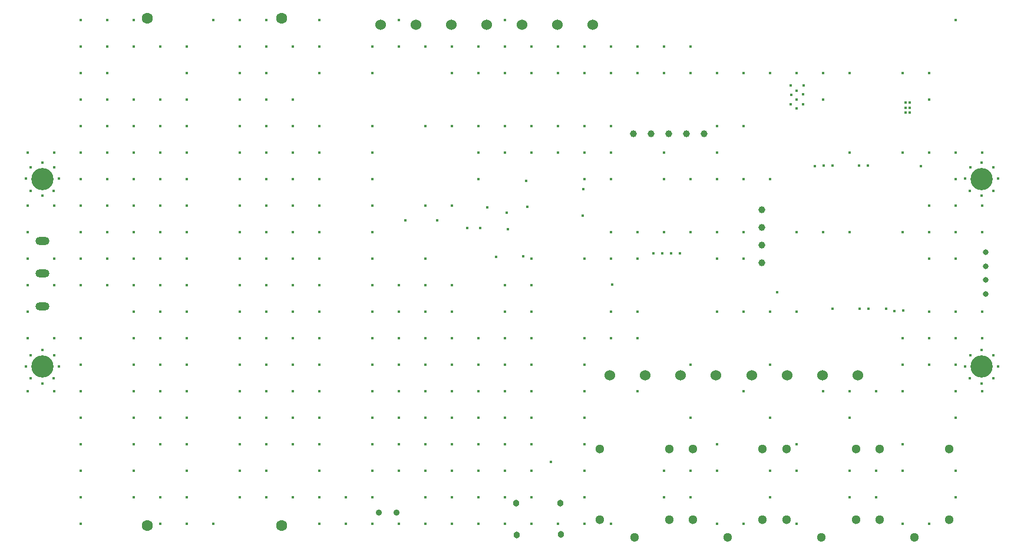
<source format=gbr>
%TF.GenerationSoftware,Altium Limited,Altium Designer,21.3.2 (30)*%
G04 Layer_Color=0*
%FSLAX26Y26*%
%MOIN*%
%TF.SameCoordinates,5CB9DBA1-4DA9-4ED0-9B61-E5D9B39C4D3D*%
%TF.FilePolarity,Positive*%
%TF.FileFunction,Plated,1,2,PTH,Drill*%
%TF.Part,Single*%
G01*
G75*
%TA.AperFunction,ComponentDrill*%
%ADD130O,0.078740X0.047244*%
%ADD131C,0.060000*%
%ADD132C,0.039367*%
%ADD133C,0.035433*%
%ADD134C,0.062992*%
%ADD135C,0.039000*%
%ADD136C,0.038000*%
%ADD137C,0.051181*%
%ADD138C,0.031496*%
%TA.AperFunction,ViaDrill,NotFilled*%
%ADD139C,0.015000*%
%ADD140C,0.125984*%
D130*
X175000Y1465961D02*
D03*
Y1651000D02*
D03*
Y1836039D02*
D03*
D131*
X4786000Y1075000D02*
D03*
X4586000D02*
D03*
X4385667D02*
D03*
X4185667D02*
D03*
X3985333D02*
D03*
X3785333D02*
D03*
X3585000D02*
D03*
X3385000D02*
D03*
X2086000Y3059000D02*
D03*
X2286000D02*
D03*
X2486000D02*
D03*
X2686000D02*
D03*
X2886000D02*
D03*
X3086000D02*
D03*
X3286000D02*
D03*
D132*
X3518000Y2441000D02*
D03*
X3618000D02*
D03*
X3718000D02*
D03*
X3818000D02*
D03*
X3918000D02*
D03*
D133*
X2178000Y296449D02*
D03*
X2078000D02*
D03*
D134*
X767000Y223182D02*
D03*
Y3093261D02*
D03*
X1526843D02*
D03*
Y223182D02*
D03*
D135*
X4244000Y1712000D02*
D03*
Y1812000D02*
D03*
Y1912000D02*
D03*
Y2012000D02*
D03*
D136*
X3105000Y350000D02*
D03*
X3106000Y173000D02*
D03*
X2856000Y172000D02*
D03*
X2855000Y350000D02*
D03*
D137*
X4776184Y658158D02*
D03*
X4382483D02*
D03*
X4579333Y158157D02*
D03*
X4382483Y256583D02*
D03*
X4776184D02*
D03*
X3720850Y658158D02*
D03*
X3327150D02*
D03*
X3524000Y158157D02*
D03*
X3327150Y256583D02*
D03*
X3720850D02*
D03*
X4248517Y658158D02*
D03*
X3854816D02*
D03*
X4051667Y158157D02*
D03*
X3854816Y256583D02*
D03*
X4248517D02*
D03*
X5303850Y658158D02*
D03*
X4910149D02*
D03*
X5107000Y158157D02*
D03*
X4910149Y256583D02*
D03*
X5303850D02*
D03*
D138*
X5511000Y1534890D02*
D03*
Y1613630D02*
D03*
Y1692370D02*
D03*
Y1771110D02*
D03*
D139*
X4478934Y2715278D02*
D03*
X4844000Y2261000D02*
D03*
X4947000Y1450000D02*
D03*
X4595000Y2260000D02*
D03*
X4645000Y2261000D02*
D03*
X5045000Y1440000D02*
D03*
X4995000Y1437000D02*
D03*
X4545000Y2257000D02*
D03*
X4797000Y1450000D02*
D03*
X3732000Y1765000D02*
D03*
X4645000Y1450000D02*
D03*
X3682000Y1765000D02*
D03*
X3235000Y2127500D02*
D03*
X3782000Y1765000D02*
D03*
X4847000Y1450000D02*
D03*
X3632000Y1765000D02*
D03*
X2650000Y1909000D02*
D03*
X2895425Y1747000D02*
D03*
X2740106Y1745000D02*
D03*
X2909000Y2176000D02*
D03*
X2918000Y2027000D02*
D03*
X3230000Y1977000D02*
D03*
X2228500Y1951000D02*
D03*
X2408000Y1952000D02*
D03*
X2576000Y1908000D02*
D03*
X4406934Y2715278D02*
D03*
X4408934Y2661278D02*
D03*
X2802000Y1996000D02*
D03*
X2807035Y1899965D02*
D03*
X3397181Y1586181D02*
D03*
X4795000Y2261000D02*
D03*
X4406934Y2607278D02*
D03*
X4476934Y2609278D02*
D03*
Y2663278D02*
D03*
X4440000Y2584000D02*
D03*
Y2634000D02*
D03*
Y2684000D02*
D03*
X5143000Y2259000D02*
D03*
X5058000Y2618000D02*
D03*
X5082000Y2589000D02*
D03*
X5058000D02*
D03*
X3050000Y583000D02*
D03*
X4329000Y1545000D02*
D03*
X5082000Y2618000D02*
D03*
X5081836Y2562602D02*
D03*
X5057836D02*
D03*
X90000Y1434000D02*
D03*
X240000Y984000D02*
D03*
X90000Y1584000D02*
D03*
Y1734000D02*
D03*
Y1284000D02*
D03*
X266270Y1123320D02*
D03*
X79270Y1124320D02*
D03*
X173040Y1216320D02*
D03*
Y1029025D02*
D03*
X239270Y1189320D02*
D03*
X107270Y1188320D02*
D03*
X106270Y1056320D02*
D03*
X238270D02*
D03*
X5581230Y1123320D02*
D03*
X5394230Y1124320D02*
D03*
X5488000Y1216320D02*
D03*
Y1029025D02*
D03*
X5554230Y1189320D02*
D03*
X5422230Y1188320D02*
D03*
X5421230Y1056320D02*
D03*
X5553230D02*
D03*
X5581230Y2186312D02*
D03*
X990000Y2634000D02*
D03*
Y534000D02*
D03*
Y1434000D02*
D03*
X1290000Y534000D02*
D03*
Y834000D02*
D03*
X1140000Y234000D02*
D03*
X840000Y2634000D02*
D03*
X990000Y1284000D02*
D03*
X1290000Y1134000D02*
D03*
X840000Y2934000D02*
D03*
X990000Y2484000D02*
D03*
X1290000Y684000D02*
D03*
X840000Y2334000D02*
D03*
X1290000Y984000D02*
D03*
Y1434000D02*
D03*
X990000Y2034000D02*
D03*
Y1884000D02*
D03*
Y2934000D02*
D03*
X840000Y1734000D02*
D03*
X990000Y2184000D02*
D03*
X1140000Y3084000D02*
D03*
X990000Y684000D02*
D03*
Y1134000D02*
D03*
Y834000D02*
D03*
Y234000D02*
D03*
X1290000Y384000D02*
D03*
X840000Y1884000D02*
D03*
Y1584000D02*
D03*
X990000Y2334000D02*
D03*
Y984000D02*
D03*
Y1734000D02*
D03*
Y2784000D02*
D03*
X840000Y2034000D02*
D03*
Y2184000D02*
D03*
X1290000Y1284000D02*
D03*
X840000Y2484000D02*
D03*
X990000Y384000D02*
D03*
Y1584000D02*
D03*
X3840000Y2934000D02*
D03*
X3990000Y234000D02*
D03*
Y534000D02*
D03*
Y684000D02*
D03*
Y1434000D02*
D03*
Y1734000D02*
D03*
Y1884000D02*
D03*
Y2184000D02*
D03*
Y2334000D02*
D03*
Y2484000D02*
D03*
Y2784000D02*
D03*
X4140000Y234000D02*
D03*
Y984000D02*
D03*
Y1434000D02*
D03*
Y1734000D02*
D03*
Y1884000D02*
D03*
Y2484000D02*
D03*
X4290000Y384000D02*
D03*
X4140000Y2784000D02*
D03*
Y2184000D02*
D03*
X1590000Y1584000D02*
D03*
Y2334000D02*
D03*
X1440000Y1134000D02*
D03*
X1590000Y2484000D02*
D03*
X1740000Y2034000D02*
D03*
X1440000Y834000D02*
D03*
Y2034000D02*
D03*
X1740000Y1134000D02*
D03*
X1290000Y1584000D02*
D03*
X1740000Y2334000D02*
D03*
Y1434000D02*
D03*
Y984000D02*
D03*
X1590000Y384000D02*
D03*
X1740000Y2484000D02*
D03*
X1290000Y2034000D02*
D03*
X1740000Y1734000D02*
D03*
Y1584000D02*
D03*
X1590000Y2034000D02*
D03*
X1740000Y384000D02*
D03*
X1590000Y1284000D02*
D03*
X1440000Y2334000D02*
D03*
X1590000Y984000D02*
D03*
X1290000Y2784000D02*
D03*
X1440000Y384000D02*
D03*
Y2184000D02*
D03*
X1590000Y2934000D02*
D03*
X1290000Y1734000D02*
D03*
X1440000Y2634000D02*
D03*
Y1884000D02*
D03*
X1590000Y1434000D02*
D03*
X1290000Y2934000D02*
D03*
X1440000Y1434000D02*
D03*
X1740000Y2784000D02*
D03*
X1290000Y2334000D02*
D03*
X1740000Y534000D02*
D03*
X1590000Y684000D02*
D03*
X1440000Y1584000D02*
D03*
Y2784000D02*
D03*
X1590000Y1134000D02*
D03*
X1440000Y1284000D02*
D03*
X1290000Y2634000D02*
D03*
X1440000Y684000D02*
D03*
Y984000D02*
D03*
Y2934000D02*
D03*
X1590000Y1884000D02*
D03*
Y2634000D02*
D03*
X1440000Y3084000D02*
D03*
X1740000Y2184000D02*
D03*
X1290000Y1884000D02*
D03*
X1440000Y534000D02*
D03*
Y1734000D02*
D03*
X1740000Y234000D02*
D03*
Y834000D02*
D03*
X1590000Y1734000D02*
D03*
X1740000Y1884000D02*
D03*
X1290000Y2484000D02*
D03*
X1590000Y2184000D02*
D03*
X1290000Y3084000D02*
D03*
X1740000Y1284000D02*
D03*
X1590000Y834000D02*
D03*
X1290000Y2184000D02*
D03*
X1440000Y2484000D02*
D03*
X1740000Y684000D02*
D03*
X540000Y2634000D02*
D03*
X690000Y2334000D02*
D03*
Y2484000D02*
D03*
Y1734000D02*
D03*
X540000Y2334000D02*
D03*
X690000Y1134000D02*
D03*
X240000Y1284000D02*
D03*
X540000Y2484000D02*
D03*
X840000Y684000D02*
D03*
X690000Y984000D02*
D03*
X390000Y234000D02*
D03*
X540000Y1884000D02*
D03*
X690000Y2034000D02*
D03*
X540000Y3084000D02*
D03*
X390000Y1884000D02*
D03*
X840000Y834000D02*
D03*
X390000Y2934000D02*
D03*
X690000D02*
D03*
X390000Y1134000D02*
D03*
X540000Y2934000D02*
D03*
X690000Y2184000D02*
D03*
X390000Y1734000D02*
D03*
Y834000D02*
D03*
X540000Y2184000D02*
D03*
X390000Y1284000D02*
D03*
Y984000D02*
D03*
X840000Y1284000D02*
D03*
Y234000D02*
D03*
X390000Y684000D02*
D03*
X690000Y1884000D02*
D03*
X540000Y1584000D02*
D03*
X390000Y2484000D02*
D03*
X240000Y1734000D02*
D03*
X690000Y1584000D02*
D03*
X390000Y2184000D02*
D03*
X690000Y2634000D02*
D03*
Y1434000D02*
D03*
Y3084000D02*
D03*
X390000Y2034000D02*
D03*
X690000Y384000D02*
D03*
X840000D02*
D03*
X390000D02*
D03*
X840000Y984000D02*
D03*
X390000Y534000D02*
D03*
X690000Y684000D02*
D03*
X540000Y2784000D02*
D03*
X840000Y1134000D02*
D03*
X690000Y834000D02*
D03*
X540000Y1734000D02*
D03*
X90000Y2034000D02*
D03*
X390000Y3084000D02*
D03*
Y1584000D02*
D03*
X90000Y2334000D02*
D03*
X390000D02*
D03*
X690000Y534000D02*
D03*
X240000Y1584000D02*
D03*
X540000Y2034000D02*
D03*
X840000Y1434000D02*
D03*
X390000Y2784000D02*
D03*
X240000Y2034000D02*
D03*
X690000Y1284000D02*
D03*
X390000Y2634000D02*
D03*
X240000Y2334000D02*
D03*
X5490000D02*
D03*
Y2034000D02*
D03*
Y1884000D02*
D03*
Y1434000D02*
D03*
Y1284000D02*
D03*
Y984000D02*
D03*
X5340000Y3084000D02*
D03*
Y2334000D02*
D03*
Y2184000D02*
D03*
Y2034000D02*
D03*
Y1884000D02*
D03*
Y1734000D02*
D03*
Y1434000D02*
D03*
Y1284000D02*
D03*
Y1134000D02*
D03*
Y984000D02*
D03*
Y834000D02*
D03*
Y534000D02*
D03*
Y384000D02*
D03*
X5190000Y2784000D02*
D03*
Y2634000D02*
D03*
Y2334000D02*
D03*
Y2034000D02*
D03*
Y1884000D02*
D03*
Y1734000D02*
D03*
Y1434000D02*
D03*
Y1284000D02*
D03*
Y1134000D02*
D03*
Y234000D02*
D03*
X5040000Y2784000D02*
D03*
Y2334000D02*
D03*
Y1884000D02*
D03*
Y1284000D02*
D03*
Y1134000D02*
D03*
Y984000D02*
D03*
X4290000Y2184000D02*
D03*
X4890000Y534000D02*
D03*
X4740000Y834000D02*
D03*
Y1884000D02*
D03*
X4590000D02*
D03*
X4440000Y2784000D02*
D03*
X4290000D02*
D03*
X4890000Y984000D02*
D03*
X4740000Y2334000D02*
D03*
X4590000Y2634000D02*
D03*
Y984000D02*
D03*
X4440000Y234000D02*
D03*
X5040000D02*
D03*
X4740000Y2784000D02*
D03*
X4590000D02*
D03*
X4440000Y1434000D02*
D03*
Y534000D02*
D03*
X5040000D02*
D03*
X4890000Y384000D02*
D03*
X4740000D02*
D03*
X4440000Y1884000D02*
D03*
Y684000D02*
D03*
X5040000D02*
D03*
X4740000Y984000D02*
D03*
Y534000D02*
D03*
X2690056Y2022974D02*
D03*
X3240000Y1734000D02*
D03*
X3390000Y1884000D02*
D03*
X3240000Y2484000D02*
D03*
Y2184000D02*
D03*
Y1284000D02*
D03*
X3540000D02*
D03*
X3240000Y2934000D02*
D03*
X3540000Y1434000D02*
D03*
X3690000Y534000D02*
D03*
X3540000Y1734000D02*
D03*
X3840000Y534000D02*
D03*
X3390000Y2934000D02*
D03*
X3690000Y1884000D02*
D03*
X3240000Y1134000D02*
D03*
X3690000Y2184000D02*
D03*
X3390000Y1284000D02*
D03*
X3840000Y834000D02*
D03*
X3390000Y234000D02*
D03*
X3690000Y2334000D02*
D03*
X3540000Y1884000D02*
D03*
Y984000D02*
D03*
X3840000Y1134000D02*
D03*
X3690000Y2784000D02*
D03*
Y2934000D02*
D03*
X3240000Y2334000D02*
D03*
X3390000Y2784000D02*
D03*
X3540000D02*
D03*
Y2934000D02*
D03*
X3390000Y1434000D02*
D03*
X3840000Y1884000D02*
D03*
X3390000Y2484000D02*
D03*
X3840000Y384000D02*
D03*
X3390000Y2334000D02*
D03*
X3840000Y2184000D02*
D03*
X3690000Y384000D02*
D03*
X3240000Y2784000D02*
D03*
X3390000Y2184000D02*
D03*
X3840000Y2784000D02*
D03*
X3390000Y1734000D02*
D03*
X2490000Y834000D02*
D03*
Y684000D02*
D03*
X2190000Y234000D02*
D03*
X2340000Y684000D02*
D03*
X2040000Y384000D02*
D03*
X2490000Y2034000D02*
D03*
Y234000D02*
D03*
Y384000D02*
D03*
X2040000Y1434000D02*
D03*
X2490000Y2784000D02*
D03*
X2040000Y1584000D02*
D03*
X2190000Y834000D02*
D03*
X2490000Y984000D02*
D03*
X2190000Y684000D02*
D03*
X2340000Y984000D02*
D03*
X1890000Y384000D02*
D03*
X2040000Y2034000D02*
D03*
Y1284000D02*
D03*
X1740000Y2934000D02*
D03*
X2040000Y1134000D02*
D03*
X2340000Y2934000D02*
D03*
X2190000Y1434000D02*
D03*
X2340000Y2034000D02*
D03*
X2190000Y2934000D02*
D03*
X2490000Y2484000D02*
D03*
Y1584000D02*
D03*
X2640000Y234000D02*
D03*
X2340000Y1584000D02*
D03*
X2040000Y2334000D02*
D03*
Y684000D02*
D03*
X2190000Y1134000D02*
D03*
X2040000Y234000D02*
D03*
X2190000Y984000D02*
D03*
X2490000Y534000D02*
D03*
X2340000Y1734000D02*
D03*
X2040000Y2934000D02*
D03*
X1740000Y3084000D02*
D03*
X1890000Y234000D02*
D03*
X2190000Y3084000D02*
D03*
X2490000Y2934000D02*
D03*
X2340000Y2484000D02*
D03*
Y1284000D02*
D03*
X2040000Y2484000D02*
D03*
X2190000Y1584000D02*
D03*
X2040000Y2184000D02*
D03*
X2340000Y384000D02*
D03*
X2490000Y1134000D02*
D03*
Y1284000D02*
D03*
Y1434000D02*
D03*
X2040000Y2784000D02*
D03*
Y984000D02*
D03*
X2190000Y1284000D02*
D03*
X2340000Y1134000D02*
D03*
X2190000Y534000D02*
D03*
X2040000Y1734000D02*
D03*
X2340000Y834000D02*
D03*
X2040000Y534000D02*
D03*
X2340000D02*
D03*
Y1434000D02*
D03*
Y234000D02*
D03*
X2040000Y834000D02*
D03*
Y1884000D02*
D03*
X2640000Y534000D02*
D03*
X2790000D02*
D03*
X2640000Y2934000D02*
D03*
X3090000Y2784000D02*
D03*
X2640000Y2184000D02*
D03*
Y384000D02*
D03*
Y1284000D02*
D03*
X3240000Y684000D02*
D03*
X2790000Y1134000D02*
D03*
Y834000D02*
D03*
X2640000Y2784000D02*
D03*
X2940000Y1134000D02*
D03*
X2790000Y2784000D02*
D03*
X3090000Y234000D02*
D03*
X2790000Y384000D02*
D03*
X3240000D02*
D03*
X2790000Y3084000D02*
D03*
Y2334000D02*
D03*
Y234000D02*
D03*
X3240000Y834000D02*
D03*
X2940000D02*
D03*
Y1734000D02*
D03*
Y684000D02*
D03*
X2640000Y1134000D02*
D03*
Y2334000D02*
D03*
Y834000D02*
D03*
Y984000D02*
D03*
X2940000Y234000D02*
D03*
Y384000D02*
D03*
X3090000Y2484000D02*
D03*
X2940000Y1284000D02*
D03*
X3240000Y984000D02*
D03*
X2640000Y2484000D02*
D03*
X2940000Y2784000D02*
D03*
X3240000Y234000D02*
D03*
X2940000Y2484000D02*
D03*
X2790000Y1434000D02*
D03*
X2940000Y2334000D02*
D03*
X2790000Y1284000D02*
D03*
X3240000Y534000D02*
D03*
X2640000Y684000D02*
D03*
X2940000Y534000D02*
D03*
Y1584000D02*
D03*
X2790000Y684000D02*
D03*
X2940000Y1434000D02*
D03*
X2790000Y2484000D02*
D03*
X2940000Y984000D02*
D03*
Y2934000D02*
D03*
X3090000Y2334000D02*
D03*
Y2934000D02*
D03*
X2790000D02*
D03*
Y1584000D02*
D03*
Y984000D02*
D03*
X5394230Y2187312D02*
D03*
X5488000Y2279312D02*
D03*
Y2092017D02*
D03*
X5554230Y2252312D02*
D03*
X5422230Y2251312D02*
D03*
X5421230Y2119312D02*
D03*
X5553230D02*
D03*
X266270Y2186312D02*
D03*
X79270Y2187312D02*
D03*
X173040Y2279312D02*
D03*
Y2092017D02*
D03*
X239270Y2252312D02*
D03*
X107270Y2251312D02*
D03*
X106270Y2119312D02*
D03*
X238270D02*
D03*
X90000Y984000D02*
D03*
Y1884000D02*
D03*
X4290000Y534000D02*
D03*
Y1434000D02*
D03*
Y1134000D02*
D03*
Y834000D02*
D03*
D140*
X173039Y2185992D02*
D03*
X5488000D02*
D03*
Y1123000D02*
D03*
X173039D02*
D03*
%TF.MD5,968f158d4321eaab4f5a3dc0138b8911*%
M02*

</source>
